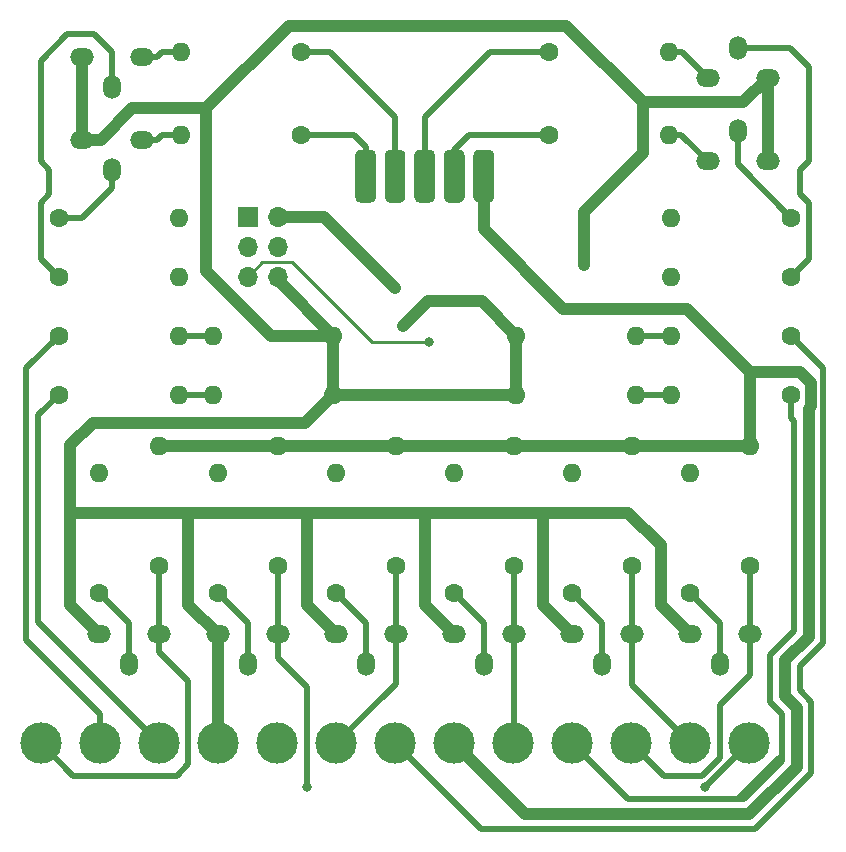
<source format=gbl>
G04 #@! TF.GenerationSoftware,KiCad,Pcbnew,(5.1.7)-1*
G04 #@! TF.CreationDate,2022-07-12T08:18:53+02:00*
G04 #@! TF.ProjectId,Flip-Flop-Modul,466c6970-2d46-46c6-9f70-2d4d6f64756c,rev?*
G04 #@! TF.SameCoordinates,Original*
G04 #@! TF.FileFunction,Copper,L2,Bot*
G04 #@! TF.FilePolarity,Positive*
%FSLAX46Y46*%
G04 Gerber Fmt 4.6, Leading zero omitted, Abs format (unit mm)*
G04 Created by KiCad (PCBNEW (5.1.7)-1) date 2022-07-12 08:18:53*
%MOMM*%
%LPD*%
G01*
G04 APERTURE LIST*
G04 #@! TA.AperFunction,ComponentPad*
%ADD10C,1.600000*%
G04 #@! TD*
G04 #@! TA.AperFunction,ComponentPad*
%ADD11O,1.600000X1.600000*%
G04 #@! TD*
G04 #@! TA.AperFunction,ComponentPad*
%ADD12R,1.700000X1.700000*%
G04 #@! TD*
G04 #@! TA.AperFunction,ComponentPad*
%ADD13O,1.700000X1.700000*%
G04 #@! TD*
G04 #@! TA.AperFunction,ComponentPad*
%ADD14O,1.500000X2.000000*%
G04 #@! TD*
G04 #@! TA.AperFunction,ComponentPad*
%ADD15O,2.000000X1.500000*%
G04 #@! TD*
G04 #@! TA.AperFunction,ComponentPad*
%ADD16C,3.500000*%
G04 #@! TD*
G04 #@! TA.AperFunction,ViaPad*
%ADD17C,0.800000*%
G04 #@! TD*
G04 #@! TA.AperFunction,Conductor*
%ADD18C,1.000000*%
G04 #@! TD*
G04 #@! TA.AperFunction,Conductor*
%ADD19C,0.500000*%
G04 #@! TD*
G04 #@! TA.AperFunction,Conductor*
%ADD20C,0.250000*%
G04 #@! TD*
G04 APERTURE END LIST*
D10*
X91000000Y-57500000D03*
D11*
X80840000Y-57500000D03*
D10*
X91000000Y-52500000D03*
D11*
X80840000Y-52500000D03*
D10*
X29000000Y-57500000D03*
D11*
X39160000Y-57500000D03*
D10*
X62460000Y-74250000D03*
D11*
X62460000Y-64090000D03*
D10*
X82460000Y-74250000D03*
D11*
X82460000Y-64090000D03*
D10*
X42460000Y-74250000D03*
D11*
X42460000Y-64090000D03*
D10*
X29000000Y-52500000D03*
D11*
X39160000Y-52500000D03*
X52250000Y-52500000D03*
X42090000Y-52500000D03*
X52250000Y-57500000D03*
X42090000Y-57500000D03*
X67750000Y-52500000D03*
X77910000Y-52500000D03*
X67750000Y-57500000D03*
X77910000Y-57500000D03*
D12*
X45000000Y-42460000D03*
D13*
X47540000Y-42460000D03*
X45000000Y-45000000D03*
X47540000Y-45000000D03*
X45000000Y-47540000D03*
X47540000Y-47540000D03*
D10*
X91000000Y-42500000D03*
D11*
X80840000Y-42500000D03*
D10*
X91000000Y-47500000D03*
D11*
X80840000Y-47500000D03*
D10*
X29000000Y-47500000D03*
D11*
X39160000Y-47500000D03*
D10*
X29000000Y-42500000D03*
D11*
X39160000Y-42500000D03*
D10*
X70500000Y-35500000D03*
D11*
X80660000Y-35500000D03*
D10*
X70500000Y-28500000D03*
D11*
X80660000Y-28500000D03*
D10*
X49500000Y-28500000D03*
D11*
X39340000Y-28500000D03*
D10*
X49500000Y-35500000D03*
D11*
X39340000Y-35500000D03*
D14*
X85000000Y-80290000D03*
D15*
X87540000Y-77750000D03*
X82460000Y-77750000D03*
D14*
X75000000Y-80290000D03*
D15*
X77540000Y-77750000D03*
X72460000Y-77750000D03*
D10*
X87540000Y-72000000D03*
D11*
X87540000Y-61840000D03*
D10*
X77540000Y-72000000D03*
D11*
X77540000Y-61840000D03*
D10*
X72460000Y-74250000D03*
D11*
X72460000Y-64090000D03*
D14*
X65000000Y-80290000D03*
D15*
X67540000Y-77750000D03*
X62460000Y-77750000D03*
D10*
X67540000Y-72000000D03*
D11*
X67540000Y-61840000D03*
D14*
X45000000Y-80290000D03*
D15*
X47540000Y-77750000D03*
X42460000Y-77750000D03*
D14*
X35000000Y-80290000D03*
D15*
X37540000Y-77750000D03*
X32460000Y-77750000D03*
D10*
X47540000Y-72000000D03*
D11*
X47540000Y-61840000D03*
D10*
X37540000Y-72000000D03*
D11*
X37540000Y-61840000D03*
D10*
X32460000Y-74250000D03*
D11*
X32460000Y-64090000D03*
D14*
X55000000Y-80290000D03*
D15*
X57540000Y-77750000D03*
X52460000Y-77750000D03*
D10*
X57540000Y-72000000D03*
D11*
X57540000Y-61840000D03*
D10*
X52460000Y-74250000D03*
D11*
X52460000Y-64090000D03*
D14*
X86500000Y-35210000D03*
D15*
X83960000Y-37750000D03*
X89040000Y-37750000D03*
D14*
X86500000Y-28160000D03*
D15*
X83960000Y-30700000D03*
X89040000Y-30700000D03*
D14*
X33500000Y-31440000D03*
D15*
X36040000Y-28900000D03*
X30960000Y-28900000D03*
D16*
X27500000Y-87000000D03*
X32500000Y-87000000D03*
X37500000Y-87000000D03*
X42500000Y-87000000D03*
X47500000Y-87000000D03*
X52500000Y-87000000D03*
X57500000Y-87000000D03*
X62500000Y-87000000D03*
X67500000Y-87000000D03*
X72500000Y-87000000D03*
X77500000Y-87000000D03*
X82500000Y-87000000D03*
X87500000Y-87000000D03*
G04 #@! TA.AperFunction,ComponentPad*
G36*
G01*
X64125000Y-40812500D02*
X64125000Y-37187500D01*
G75*
G02*
X64562500Y-36750000I437500J0D01*
G01*
X65437500Y-36750000D01*
G75*
G02*
X65875000Y-37187500I0J-437500D01*
G01*
X65875000Y-40812500D01*
G75*
G02*
X65437500Y-41250000I-437500J0D01*
G01*
X64562500Y-41250000D01*
G75*
G02*
X64125000Y-40812500I0J437500D01*
G01*
G37*
G04 #@! TD.AperFunction*
G04 #@! TA.AperFunction,ComponentPad*
G36*
G01*
X61625000Y-40812500D02*
X61625000Y-37187500D01*
G75*
G02*
X62062500Y-36750000I437500J0D01*
G01*
X62937500Y-36750000D01*
G75*
G02*
X63375000Y-37187500I0J-437500D01*
G01*
X63375000Y-40812500D01*
G75*
G02*
X62937500Y-41250000I-437500J0D01*
G01*
X62062500Y-41250000D01*
G75*
G02*
X61625000Y-40812500I0J437500D01*
G01*
G37*
G04 #@! TD.AperFunction*
G04 #@! TA.AperFunction,ComponentPad*
G36*
G01*
X59125000Y-40812500D02*
X59125000Y-37187500D01*
G75*
G02*
X59562500Y-36750000I437500J0D01*
G01*
X60437500Y-36750000D01*
G75*
G02*
X60875000Y-37187500I0J-437500D01*
G01*
X60875000Y-40812500D01*
G75*
G02*
X60437500Y-41250000I-437500J0D01*
G01*
X59562500Y-41250000D01*
G75*
G02*
X59125000Y-40812500I0J437500D01*
G01*
G37*
G04 #@! TD.AperFunction*
G04 #@! TA.AperFunction,ComponentPad*
G36*
G01*
X56625000Y-40812500D02*
X56625000Y-37187500D01*
G75*
G02*
X57062500Y-36750000I437500J0D01*
G01*
X57937500Y-36750000D01*
G75*
G02*
X58375000Y-37187500I0J-437500D01*
G01*
X58375000Y-40812500D01*
G75*
G02*
X57937500Y-41250000I-437500J0D01*
G01*
X57062500Y-41250000D01*
G75*
G02*
X56625000Y-40812500I0J437500D01*
G01*
G37*
G04 #@! TD.AperFunction*
G04 #@! TA.AperFunction,ComponentPad*
G36*
G01*
X54125000Y-40812500D02*
X54125000Y-37187500D01*
G75*
G02*
X54562500Y-36750000I437500J0D01*
G01*
X55437500Y-36750000D01*
G75*
G02*
X55875000Y-37187500I0J-437500D01*
G01*
X55875000Y-40812500D01*
G75*
G02*
X55437500Y-41250000I-437500J0D01*
G01*
X54562500Y-41250000D01*
G75*
G02*
X54125000Y-40812500I0J437500D01*
G01*
G37*
G04 #@! TD.AperFunction*
D14*
X33500000Y-38440000D03*
D15*
X36040000Y-35900000D03*
X30960000Y-35900000D03*
D17*
X73465000Y-44535000D03*
X73465000Y-45535000D03*
X73465000Y-46535000D03*
X58200000Y-51700000D03*
X60300000Y-49600000D03*
X57500000Y-48500000D03*
X77250000Y-50250000D03*
X50000000Y-90750000D03*
X83750000Y-90750000D03*
X60400000Y-53000000D03*
D18*
X30960000Y-28900000D02*
X30960000Y-35900000D01*
X89040000Y-30700000D02*
X89040000Y-37750000D01*
X73465000Y-46535000D02*
X73465000Y-44535000D01*
X42500000Y-77790000D02*
X42460000Y-77750000D01*
X42500000Y-87000000D02*
X42500000Y-77790000D01*
X77250000Y-67500000D02*
X80000000Y-70250000D01*
X80000000Y-75290000D02*
X82460000Y-77750000D01*
X80000000Y-70250000D02*
X80000000Y-75290000D01*
X72460000Y-77750000D02*
X70000000Y-75290000D01*
X70000000Y-75290000D02*
X70000000Y-67500000D01*
X70000000Y-67500000D02*
X77250000Y-67500000D01*
X62460000Y-77750000D02*
X60000000Y-75290000D01*
X60000000Y-75290000D02*
X60000000Y-67500000D01*
X60000000Y-67500000D02*
X70000000Y-67500000D01*
X52460000Y-77750000D02*
X50000000Y-75290000D01*
X50000000Y-75290000D02*
X50000000Y-67500000D01*
X50000000Y-67500000D02*
X60000000Y-67500000D01*
X42460000Y-77750000D02*
X40000000Y-75290000D01*
X40000000Y-67750000D02*
X40250000Y-67500000D01*
X40000000Y-75290000D02*
X40000000Y-67750000D01*
X40250000Y-67500000D02*
X50000000Y-67500000D01*
X30000000Y-75290000D02*
X32460000Y-77750000D01*
X30000000Y-67500000D02*
X30000000Y-75290000D01*
X30000000Y-67500000D02*
X40250000Y-67500000D01*
X52250000Y-52500000D02*
X52250000Y-57500000D01*
X67750000Y-52500000D02*
X67750000Y-57500000D01*
X67750000Y-57500000D02*
X52250000Y-57500000D01*
X30000000Y-61750000D02*
X30000000Y-67500000D01*
X49875000Y-59875000D02*
X52250000Y-57500000D01*
X31875000Y-59875000D02*
X49875000Y-59875000D01*
X31875000Y-59875000D02*
X30000000Y-61750000D01*
X35250000Y-33250000D02*
X41500000Y-33250000D01*
X32600000Y-35900000D02*
X35250000Y-33250000D01*
X30960000Y-35900000D02*
X32600000Y-35900000D01*
X41500000Y-33250000D02*
X41500000Y-47000000D01*
X47000000Y-52500000D02*
X41500000Y-47000000D01*
X52250000Y-52500000D02*
X47000000Y-52500000D01*
X47540000Y-47790000D02*
X52250000Y-52500000D01*
X47540000Y-47540000D02*
X47540000Y-47790000D01*
X58200000Y-51700000D02*
X60300000Y-49600000D01*
X64850000Y-49600000D02*
X67750000Y-52500000D01*
X60300000Y-49600000D02*
X64850000Y-49600000D01*
X86990000Y-32750000D02*
X89040000Y-30700000D01*
X86990000Y-32750000D02*
X78500000Y-32750000D01*
X73465000Y-46535000D02*
X73465000Y-42035000D01*
X48500000Y-26250000D02*
X72000000Y-26250000D01*
X41500000Y-33250000D02*
X48500000Y-26250000D01*
X73465000Y-42035000D02*
X78500000Y-37000000D01*
X78500000Y-37000000D02*
X78500000Y-32750000D01*
X72000000Y-26250000D02*
X78500000Y-32750000D01*
D19*
X47540000Y-42540000D02*
X47540000Y-42460000D01*
D18*
X51460000Y-42460000D02*
X47540000Y-42460000D01*
X57500000Y-48500000D02*
X51460000Y-42460000D01*
D19*
X62500000Y-36750000D02*
X62500000Y-39000000D01*
X63750000Y-35500000D02*
X62500000Y-36750000D01*
X70500000Y-35500000D02*
X63750000Y-35500000D01*
X60000000Y-39000000D02*
X60000000Y-34000000D01*
X65500000Y-28500000D02*
X60000000Y-34000000D01*
X70500000Y-28500000D02*
X65500000Y-28500000D01*
X57500000Y-39000000D02*
X57500000Y-34000000D01*
X52000000Y-28500000D02*
X57500000Y-34000000D01*
X49500000Y-28500000D02*
X52000000Y-28500000D01*
X49500000Y-35500000D02*
X54000000Y-35500000D01*
X55000000Y-36500000D02*
X55000000Y-39000000D01*
X54000000Y-35500000D02*
X55000000Y-36500000D01*
X36040000Y-35900000D02*
X37350000Y-35900000D01*
X37750000Y-35500000D02*
X39340000Y-35500000D01*
X37350000Y-35900000D02*
X37750000Y-35500000D01*
X37350000Y-28900000D02*
X37750000Y-28500000D01*
X36040000Y-28900000D02*
X37350000Y-28900000D01*
X39340000Y-28500000D02*
X37750000Y-28500000D01*
X81760000Y-28500000D02*
X83960000Y-30700000D01*
X80660000Y-28500000D02*
X81760000Y-28500000D01*
X81710000Y-35500000D02*
X83960000Y-37750000D01*
X80660000Y-35500000D02*
X81710000Y-35500000D01*
D18*
X37540000Y-61840000D02*
X87540000Y-61840000D01*
X77250000Y-50250000D02*
X82250000Y-50250000D01*
X87540000Y-55540000D02*
X87540000Y-61840000D01*
X82250000Y-50250000D02*
X87540000Y-55540000D01*
X91790000Y-55540000D02*
X87540000Y-55540000D01*
X92750000Y-58500000D02*
X92750000Y-56500000D01*
X92500000Y-58750000D02*
X92750000Y-58500000D01*
X92500000Y-78000000D02*
X92500000Y-58750000D01*
X90500000Y-83000000D02*
X90500000Y-80000000D01*
X91500000Y-84000000D02*
X90500000Y-83000000D01*
X92750000Y-56500000D02*
X91790000Y-55540000D01*
X91500000Y-89000000D02*
X91500000Y-84000000D01*
X87500000Y-93000000D02*
X91500000Y-89000000D01*
X90500000Y-80000000D02*
X92500000Y-78000000D01*
X68500000Y-93000000D02*
X87500000Y-93000000D01*
X62500000Y-87000000D02*
X68500000Y-93000000D01*
X77250000Y-50250000D02*
X71750000Y-50250000D01*
X65000000Y-43500000D02*
X65000000Y-39000000D01*
X71750000Y-50250000D02*
X65000000Y-43500000D01*
D19*
X57540000Y-77750000D02*
X57540000Y-72000000D01*
X57540000Y-81960000D02*
X52500000Y-87000000D01*
X57540000Y-77750000D02*
X57540000Y-81960000D01*
X37540000Y-77750000D02*
X37540000Y-72000000D01*
X39000000Y-89750000D02*
X30250000Y-89750000D01*
X40000000Y-88750000D02*
X39000000Y-89750000D01*
X40000000Y-81750000D02*
X40000000Y-88750000D01*
X30250000Y-89750000D02*
X27500000Y-87000000D01*
X37540000Y-79290000D02*
X40000000Y-81750000D01*
X37540000Y-77750000D02*
X37540000Y-79290000D01*
X47540000Y-77750000D02*
X47540000Y-72000000D01*
X47540000Y-79790000D02*
X47540000Y-77750000D01*
X50000000Y-82250000D02*
X47540000Y-79790000D01*
X50000000Y-88500000D02*
X50000000Y-82250000D01*
X87500000Y-87000000D02*
X83750000Y-90750000D01*
X50000000Y-88500000D02*
X50000000Y-90750000D01*
X77540000Y-77750000D02*
X77540000Y-72000000D01*
X82500000Y-87000000D02*
X77750000Y-82250000D01*
X77540000Y-82040000D02*
X77750000Y-82250000D01*
X77540000Y-77750000D02*
X77540000Y-82040000D01*
X87540000Y-77750000D02*
X87540000Y-72000000D01*
X77500000Y-87000000D02*
X80250000Y-89750000D01*
X87540000Y-81210000D02*
X87540000Y-77750000D01*
X85000000Y-83750000D02*
X87540000Y-81210000D01*
X80250000Y-89750000D02*
X83500000Y-89750000D01*
X83500000Y-89750000D02*
X85000000Y-88250000D01*
X85000000Y-88250000D02*
X85000000Y-83750000D01*
X67540000Y-77750000D02*
X67540000Y-72000000D01*
X67540000Y-86960000D02*
X67500000Y-87000000D01*
X67540000Y-77750000D02*
X67540000Y-86960000D01*
X29000000Y-52500000D02*
X26250000Y-55250000D01*
X26250000Y-55250000D02*
X26250000Y-78250000D01*
X32500000Y-84500000D02*
X32500000Y-87000000D01*
X26250000Y-78250000D02*
X32500000Y-84500000D01*
X37500000Y-87000000D02*
X27250000Y-76750000D01*
X27250000Y-59250000D02*
X29000000Y-57500000D01*
X27250000Y-76750000D02*
X27250000Y-59250000D01*
X93750000Y-78500000D02*
X93750000Y-55250000D01*
X92750000Y-89500000D02*
X92750000Y-83500000D01*
X93750000Y-55250000D02*
X91000000Y-52500000D01*
X88000000Y-94250000D02*
X92750000Y-89500000D01*
X92750000Y-83500000D02*
X91768160Y-82518160D01*
X64750000Y-94250000D02*
X88000000Y-94250000D01*
X57500000Y-87000000D02*
X64750000Y-94250000D01*
X91768160Y-80481840D02*
X93750000Y-78500000D01*
X91768160Y-82518160D02*
X91768160Y-80481840D01*
X72500000Y-87000000D02*
X77250000Y-91750000D01*
X86500000Y-91750000D02*
X90000000Y-88250000D01*
X77250000Y-91750000D02*
X85500000Y-91750000D01*
X85500000Y-91750000D02*
X86500000Y-91750000D01*
X91000000Y-59500000D02*
X91000000Y-57500000D01*
X91250000Y-59750000D02*
X91000000Y-59500000D01*
X91250000Y-77500000D02*
X91250000Y-59750000D01*
X89250000Y-79500000D02*
X91250000Y-77500000D01*
X89250000Y-83500000D02*
X89250000Y-79500000D01*
X90250000Y-84500000D02*
X89250000Y-83500000D01*
X90250000Y-88500000D02*
X90250000Y-84500000D01*
X87000000Y-91750000D02*
X90250000Y-88500000D01*
X85500000Y-91750000D02*
X87000000Y-91750000D01*
D20*
X46240000Y-46300000D02*
X45000000Y-47540000D01*
X48800000Y-46300000D02*
X46240000Y-46300000D01*
X48800000Y-46300000D02*
X55500000Y-53000000D01*
X60400000Y-53000000D02*
X55500000Y-53000000D01*
D19*
X29000000Y-42500000D02*
X31000000Y-42500000D01*
X33500000Y-40000000D02*
X33500000Y-38440000D01*
X31000000Y-42500000D02*
X33500000Y-40000000D01*
X29750000Y-27000000D02*
X27500000Y-29250000D01*
X32000000Y-27000000D02*
X29750000Y-27000000D01*
X33500000Y-28500000D02*
X32000000Y-27000000D01*
X27500000Y-46000000D02*
X29000000Y-47500000D01*
X33500000Y-31440000D02*
X33500000Y-28500000D01*
X28231839Y-40533131D02*
X28231839Y-38482360D01*
X27500000Y-41264970D02*
X28231839Y-40533131D01*
X27500000Y-46000000D02*
X27500000Y-41264970D01*
X27500000Y-37750521D02*
X28231839Y-38482360D01*
X27500000Y-29250000D02*
X27500000Y-37750521D01*
X86500000Y-28160000D02*
X90910000Y-28160000D01*
X90910000Y-28160000D02*
X92500000Y-29750000D01*
X92500000Y-46000000D02*
X91000000Y-47500000D01*
X91768160Y-40533133D02*
X91768160Y-38481840D01*
X92500000Y-41264973D02*
X91768160Y-40533133D01*
X92500000Y-46000000D02*
X92500000Y-41264973D01*
X91768160Y-38481840D02*
X92500000Y-37750000D01*
X92500000Y-37750000D02*
X92500000Y-29750000D01*
X86500000Y-38000000D02*
X91000000Y-42500000D01*
X86500000Y-35210000D02*
X86500000Y-38000000D01*
X45000000Y-76790000D02*
X42460000Y-74250000D01*
X45000000Y-80290000D02*
X45000000Y-76790000D01*
X85000000Y-76790000D02*
X82460000Y-74250000D01*
X85000000Y-80290000D02*
X85000000Y-76790000D01*
X65000000Y-76790000D02*
X62460000Y-74250000D01*
X65000000Y-80290000D02*
X65000000Y-76790000D01*
X39160000Y-52500000D02*
X42090000Y-52500000D01*
X39160000Y-57500000D02*
X42090000Y-57500000D01*
X77910000Y-52500000D02*
X80840000Y-52500000D01*
X77910000Y-57500000D02*
X80840000Y-57500000D01*
X55000000Y-76790000D02*
X52460000Y-74250000D01*
X55000000Y-80290000D02*
X55000000Y-76790000D01*
X35000000Y-76790000D02*
X32460000Y-74250000D01*
X35000000Y-80290000D02*
X35000000Y-76790000D01*
X75000000Y-76790000D02*
X72460000Y-74250000D01*
X75000000Y-80290000D02*
X75000000Y-76790000D01*
M02*

</source>
